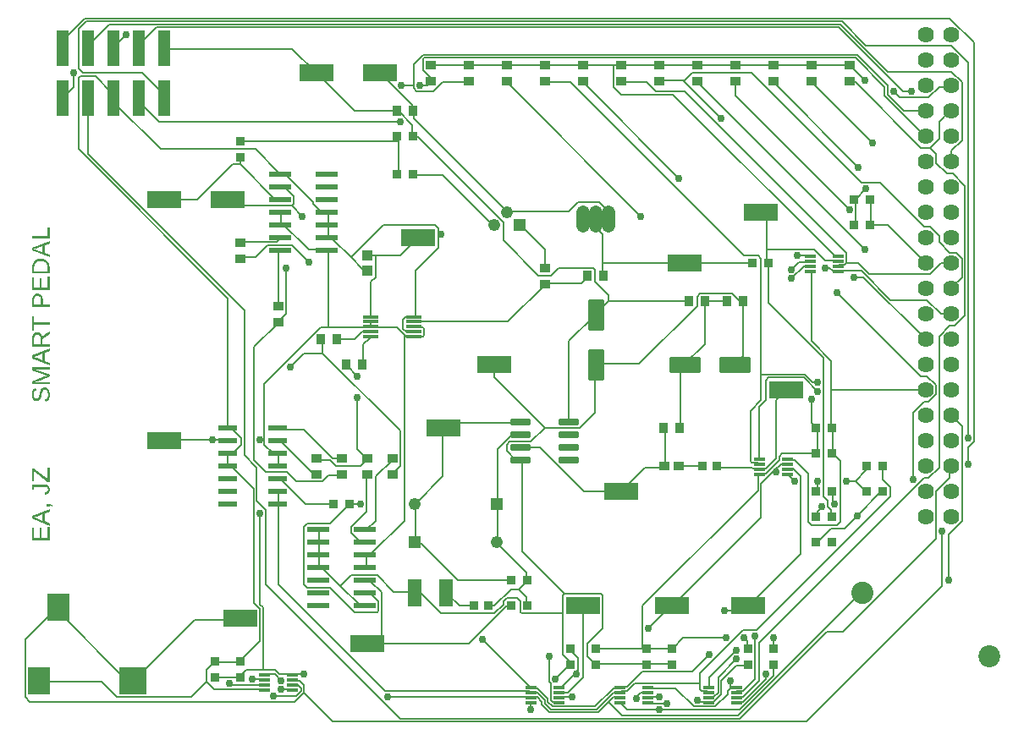
<source format=gbr>
G04 EAGLE Gerber RS-274X export*
G75*
%MOMM*%
%FSLAX34Y34*%
%LPD*%
%INTop Copper*%
%IPPOS*%
%AMOC8*
5,1,8,0,0,1.08239X$1,22.5*%
G01*
G04 Define Apertures*
%ADD10R,1.320000X2.810000*%
%ADD11R,0.920000X0.970000*%
%ADD12R,1.040000X0.970000*%
%ADD13C,0.395000*%
%ADD14R,0.890000X0.930000*%
%ADD15R,1.238000X1.238000*%
%ADD16C,1.238000*%
%ADD17R,0.870000X0.930000*%
%ADD18R,0.870000X0.980000*%
%ADD19R,0.810000X0.980000*%
%ADD20R,3.430000X1.780000*%
%ADD21C,0.330000*%
%ADD22R,2.184400X0.558800*%
%ADD23R,1.981200X0.558800*%
%ADD24R,0.860000X0.980000*%
%ADD25R,1.498600X0.330200*%
%ADD26R,1.020000X1.000000*%
%ADD27C,0.067500*%
%ADD28R,0.980000X0.810000*%
%ADD29R,0.930000X0.890000*%
%ADD30C,2.190000*%
%ADD31C,2.220000*%
%ADD32R,2.200000X2.800000*%
%ADD33R,2.800000X2.800000*%
%ADD34R,1.270000X3.680000*%
%ADD35C,1.388000*%
%ADD36R,0.980000X0.870000*%
%ADD37C,1.620009*%
%ADD38C,0.152400*%
%ADD39C,0.756400*%
G36*
X38100Y235128D02*
X33046Y237116D01*
X33046Y244992D01*
X38100Y246967D01*
X38100Y249359D01*
X20814Y242415D01*
X20814Y239753D01*
X38100Y232699D01*
X38100Y235128D01*
G37*
G36*
X38100Y231579D02*
X36186Y231579D01*
X36186Y220304D01*
X30163Y220304D01*
X30163Y230340D01*
X28273Y230340D01*
X28273Y220304D01*
X22728Y220304D01*
X22728Y231076D01*
X20814Y231076D01*
X20814Y217961D01*
X38100Y217961D01*
X38100Y231579D01*
G37*
G36*
X38100Y290493D02*
X36186Y290493D01*
X36186Y279391D01*
X22520Y289917D01*
X20814Y289917D01*
X20814Y277624D01*
X22728Y277624D01*
X22728Y287255D01*
X36346Y276729D01*
X38100Y276729D01*
X38100Y290493D01*
G37*
G36*
X34356Y263878D02*
X34870Y264023D01*
X35349Y264195D01*
X35792Y264395D01*
X36200Y264624D01*
X36572Y264880D01*
X36909Y265164D01*
X37211Y265476D01*
X37477Y265816D01*
X37707Y266183D01*
X37902Y266579D01*
X38062Y267002D01*
X38186Y267454D01*
X38274Y267933D01*
X38328Y268440D01*
X38345Y268975D01*
X38323Y269551D01*
X38255Y270096D01*
X38143Y270610D01*
X37985Y271091D01*
X37782Y271542D01*
X37535Y271961D01*
X37242Y272349D01*
X36904Y272705D01*
X36527Y273024D01*
X36116Y273301D01*
X35672Y273535D01*
X35194Y273726D01*
X34683Y273875D01*
X34138Y273981D01*
X33559Y274045D01*
X32947Y274067D01*
X20814Y274067D01*
X20814Y268411D01*
X22728Y268411D01*
X22728Y271736D01*
X32997Y271736D01*
X33407Y271724D01*
X33792Y271690D01*
X34152Y271632D01*
X34486Y271552D01*
X34794Y271448D01*
X35077Y271322D01*
X35335Y271172D01*
X35567Y270999D01*
X35772Y270807D01*
X35950Y270598D01*
X36101Y270372D01*
X36225Y270128D01*
X36320Y269869D01*
X36389Y269592D01*
X36430Y269298D01*
X36444Y268988D01*
X36431Y268702D01*
X36394Y268429D01*
X36332Y268169D01*
X36244Y267920D01*
X36132Y267684D01*
X35995Y267460D01*
X35833Y267249D01*
X35646Y267049D01*
X35437Y266865D01*
X35209Y266697D01*
X34960Y266547D01*
X34693Y266414D01*
X34405Y266299D01*
X34098Y266200D01*
X33772Y266119D01*
X33426Y266055D01*
X33806Y263761D01*
X34356Y263878D01*
G37*
%LPC*%
G36*
X25538Y240035D02*
X24087Y240563D01*
X22924Y240943D01*
X22581Y241054D01*
X23599Y241385D01*
X24611Y241728D01*
X25513Y242072D01*
X31218Y244292D01*
X31218Y237827D01*
X25538Y240035D01*
G37*
%LPD*%
G36*
X41314Y253166D02*
X40911Y253396D01*
X40498Y253593D01*
X40077Y253757D01*
X39646Y253890D01*
X39183Y253992D01*
X38667Y254065D01*
X38098Y254109D01*
X37474Y254123D01*
X35413Y254123D01*
X35413Y251731D01*
X38100Y251731D01*
X38100Y252811D01*
X38488Y252793D01*
X38881Y252738D01*
X39277Y252648D01*
X39676Y252522D01*
X40080Y252360D01*
X40488Y252162D01*
X40899Y251928D01*
X41314Y251657D01*
X41314Y253166D01*
G37*
G36*
X38100Y491626D02*
X38083Y492243D01*
X38033Y492841D01*
X37950Y493421D01*
X37833Y493982D01*
X37683Y494525D01*
X37500Y495049D01*
X37283Y495555D01*
X37033Y496043D01*
X36751Y496508D01*
X36440Y496945D01*
X36100Y497356D01*
X35731Y497739D01*
X35332Y498095D01*
X34904Y498424D01*
X34446Y498725D01*
X33960Y498999D01*
X33448Y499244D01*
X32915Y499456D01*
X32361Y499635D01*
X31787Y499782D01*
X31191Y499896D01*
X30575Y499977D01*
X29937Y500026D01*
X29279Y500042D01*
X28779Y500033D01*
X28293Y500005D01*
X27822Y499958D01*
X27365Y499893D01*
X26923Y499809D01*
X26495Y499707D01*
X26082Y499585D01*
X25683Y499446D01*
X25299Y499287D01*
X24929Y499110D01*
X24574Y498914D01*
X24234Y498700D01*
X23908Y498467D01*
X23596Y498215D01*
X23299Y497945D01*
X23016Y497656D01*
X22750Y497350D01*
X22500Y497028D01*
X22268Y496691D01*
X22053Y496338D01*
X21855Y495969D01*
X21675Y495584D01*
X21511Y495184D01*
X21365Y494768D01*
X21236Y494337D01*
X21124Y493890D01*
X21029Y493427D01*
X20952Y492949D01*
X20892Y492454D01*
X20849Y491945D01*
X20823Y491419D01*
X20814Y490878D01*
X20814Y485161D01*
X38100Y485161D01*
X38100Y491626D01*
G37*
G36*
X38100Y414442D02*
X30923Y414442D01*
X30923Y419827D01*
X38100Y424318D01*
X38100Y427017D01*
X33823Y424198D01*
X30653Y422109D01*
X30552Y422590D01*
X30421Y423044D01*
X30259Y423471D01*
X30068Y423871D01*
X29938Y424090D01*
X29845Y424245D01*
X29593Y424592D01*
X29310Y424913D01*
X28997Y425207D01*
X28659Y425470D01*
X28302Y425698D01*
X27926Y425891D01*
X27531Y426049D01*
X27117Y426172D01*
X26683Y426259D01*
X26230Y426312D01*
X25758Y426329D01*
X25471Y426323D01*
X25192Y426305D01*
X24920Y426274D01*
X24657Y426230D01*
X24154Y426106D01*
X23684Y425932D01*
X23245Y425709D01*
X22838Y425436D01*
X22464Y425113D01*
X22121Y424741D01*
X21815Y424323D01*
X21549Y423863D01*
X21325Y423362D01*
X21141Y422819D01*
X20998Y422235D01*
X20896Y421609D01*
X20835Y420941D01*
X20814Y420232D01*
X20814Y412099D01*
X38100Y412099D01*
X38100Y414442D01*
G37*
G36*
X38100Y454004D02*
X31365Y454004D01*
X31365Y459083D01*
X31342Y459752D01*
X31274Y460386D01*
X31161Y460983D01*
X31003Y461544D01*
X30799Y462070D01*
X30551Y462560D01*
X30257Y463014D01*
X29917Y463432D01*
X29540Y463807D01*
X29131Y464133D01*
X28690Y464408D01*
X28218Y464633D01*
X27715Y464808D01*
X27180Y464933D01*
X26901Y464977D01*
X26614Y465008D01*
X26319Y465027D01*
X26016Y465033D01*
X25711Y465027D01*
X25414Y465008D01*
X25126Y464977D01*
X24847Y464934D01*
X24576Y464877D01*
X24314Y464809D01*
X23817Y464635D01*
X23354Y464410D01*
X22927Y464136D01*
X22534Y463812D01*
X22176Y463438D01*
X21857Y463019D01*
X21580Y462559D01*
X21346Y462058D01*
X21155Y461515D01*
X21006Y460932D01*
X20899Y460308D01*
X20836Y459642D01*
X20814Y458936D01*
X20814Y451661D01*
X38100Y451661D01*
X38100Y454004D01*
G37*
G36*
X38100Y376497D02*
X26568Y376497D01*
X24249Y376448D01*
X22888Y376411D01*
X24237Y376816D01*
X26323Y377503D01*
X38100Y382030D01*
X38100Y383673D01*
X26323Y388139D01*
X25643Y388386D01*
X24844Y388648D01*
X23926Y388926D01*
X22888Y389219D01*
X23780Y389170D01*
X24691Y389136D01*
X25620Y389115D01*
X26568Y389108D01*
X38100Y389108D01*
X38100Y391218D01*
X20814Y391218D01*
X20814Y388213D01*
X32800Y383698D01*
X33243Y383537D01*
X34058Y383275D01*
X34930Y383016D01*
X35548Y382864D01*
X35065Y382752D01*
X34352Y382563D01*
X33550Y382332D01*
X32800Y382091D01*
X20814Y377490D01*
X20814Y374411D01*
X38100Y374411D01*
X38100Y376497D01*
G37*
%LPC*%
G36*
X22691Y487504D02*
X22691Y490829D01*
X22698Y491240D01*
X22718Y491638D01*
X22751Y492025D01*
X22797Y492399D01*
X22856Y492761D01*
X22929Y493110D01*
X23014Y493447D01*
X23113Y493772D01*
X23225Y494084D01*
X23350Y494384D01*
X23489Y494672D01*
X23640Y494948D01*
X23805Y495211D01*
X23983Y495462D01*
X24174Y495700D01*
X24378Y495926D01*
X24595Y496139D01*
X24824Y496339D01*
X25064Y496525D01*
X25317Y496696D01*
X25582Y496855D01*
X25858Y496999D01*
X26147Y497130D01*
X26447Y497247D01*
X26759Y497350D01*
X27083Y497439D01*
X27420Y497515D01*
X27768Y497577D01*
X28128Y497625D01*
X28500Y497659D01*
X28883Y497680D01*
X29279Y497687D01*
X29804Y497675D01*
X30311Y497638D01*
X30801Y497578D01*
X31273Y497494D01*
X31727Y497385D01*
X32164Y497252D01*
X32583Y497095D01*
X32984Y496914D01*
X33365Y496710D01*
X33723Y496486D01*
X34058Y496240D01*
X34371Y495974D01*
X34660Y495687D01*
X34926Y495378D01*
X35169Y495049D01*
X35389Y494699D01*
X35584Y494332D01*
X35754Y493950D01*
X35897Y493554D01*
X36014Y493143D01*
X36106Y492718D01*
X36171Y492278D01*
X36210Y491825D01*
X36223Y491356D01*
X36223Y487504D01*
X22691Y487504D01*
G37*
%LPD*%
G36*
X38100Y395734D02*
X33046Y397722D01*
X33046Y405598D01*
X38100Y407573D01*
X38100Y409965D01*
X20814Y403022D01*
X20814Y400359D01*
X38100Y393305D01*
X38100Y395734D01*
G37*
G36*
X38100Y503734D02*
X33046Y505722D01*
X33046Y513598D01*
X38100Y515573D01*
X38100Y517965D01*
X20814Y511022D01*
X20814Y508359D01*
X38100Y501305D01*
X38100Y503734D01*
G37*
G36*
X38100Y482029D02*
X36186Y482029D01*
X36186Y470754D01*
X30163Y470754D01*
X30163Y480790D01*
X28273Y480790D01*
X28273Y470754D01*
X22728Y470754D01*
X22728Y481526D01*
X20814Y481526D01*
X20814Y468411D01*
X38100Y468411D01*
X38100Y482029D01*
G37*
G36*
X34485Y356887D02*
X34983Y357075D01*
X35446Y357305D01*
X35875Y357576D01*
X36270Y357888D01*
X36630Y358242D01*
X36956Y358638D01*
X37247Y359075D01*
X37505Y359553D01*
X37728Y360073D01*
X37916Y360635D01*
X38071Y361238D01*
X38191Y361882D01*
X38277Y362568D01*
X38328Y363296D01*
X38345Y364065D01*
X38325Y364891D01*
X38263Y365669D01*
X38161Y366399D01*
X38017Y367081D01*
X37833Y367716D01*
X37607Y368303D01*
X37340Y368843D01*
X37033Y369334D01*
X36688Y369773D01*
X36309Y370153D01*
X36107Y370321D01*
X35896Y370474D01*
X35677Y370613D01*
X35450Y370737D01*
X35214Y370847D01*
X34970Y370942D01*
X34717Y371022D01*
X34456Y371088D01*
X34187Y371139D01*
X33909Y371176D01*
X33623Y371198D01*
X33328Y371205D01*
X32871Y371188D01*
X32444Y371139D01*
X32049Y371057D01*
X31684Y370941D01*
X31346Y370797D01*
X31031Y370627D01*
X30738Y370432D01*
X30469Y370211D01*
X30222Y369968D01*
X29994Y369704D01*
X29786Y369419D01*
X29598Y369113D01*
X29265Y368458D01*
X28979Y367758D01*
X28733Y367017D01*
X28525Y366243D01*
X28151Y364654D01*
X27897Y363563D01*
X27665Y362669D01*
X27452Y361974D01*
X27261Y361476D01*
X27070Y361101D01*
X26859Y360773D01*
X26629Y360491D01*
X26378Y360256D01*
X26100Y360071D01*
X25948Y359998D01*
X25787Y359938D01*
X25618Y359892D01*
X25441Y359859D01*
X25254Y359839D01*
X25059Y359832D01*
X24729Y359850D01*
X24420Y359901D01*
X24133Y359986D01*
X23866Y360105D01*
X23620Y360259D01*
X23396Y360447D01*
X23193Y360668D01*
X23010Y360924D01*
X22849Y361213D01*
X22710Y361532D01*
X22592Y361881D01*
X22495Y362262D01*
X22420Y362673D01*
X22366Y363114D01*
X22334Y363587D01*
X22323Y364090D01*
X22333Y364549D01*
X22362Y364983D01*
X22410Y365391D01*
X22478Y365773D01*
X22565Y366130D01*
X22672Y366461D01*
X22798Y366766D01*
X22943Y367046D01*
X23110Y367302D01*
X23300Y367537D01*
X23514Y367750D01*
X23751Y367942D01*
X24012Y368112D01*
X24297Y368261D01*
X24605Y368388D01*
X24936Y368494D01*
X24532Y370800D01*
X24009Y370629D01*
X23525Y370429D01*
X23082Y370200D01*
X22678Y369941D01*
X22313Y369654D01*
X21989Y369337D01*
X21704Y368991D01*
X21458Y368616D01*
X21247Y368205D01*
X21064Y367751D01*
X20909Y367253D01*
X20782Y366712D01*
X20683Y366127D01*
X20613Y365500D01*
X20571Y364828D01*
X20557Y364114D01*
X20575Y363346D01*
X20632Y362623D01*
X20726Y361946D01*
X20857Y361315D01*
X21026Y360730D01*
X21233Y360191D01*
X21477Y359697D01*
X21759Y359250D01*
X22075Y358852D01*
X22424Y358506D01*
X22804Y358214D01*
X23216Y357975D01*
X23660Y357790D01*
X23893Y357717D01*
X24135Y357657D01*
X24385Y357610D01*
X24643Y357577D01*
X24908Y357557D01*
X25182Y357551D01*
X25653Y357571D01*
X26096Y357632D01*
X26511Y357733D01*
X26899Y357876D01*
X27262Y358056D01*
X27600Y358273D01*
X27915Y358526D01*
X28206Y358814D01*
X28478Y359149D01*
X28738Y359540D01*
X28984Y359986D01*
X29218Y360489D01*
X29445Y361081D01*
X29672Y361797D01*
X29899Y362636D01*
X30126Y363599D01*
X30629Y365746D01*
X30752Y366213D01*
X30889Y366647D01*
X31041Y367048D01*
X31205Y367414D01*
X31389Y367744D01*
X31595Y368035D01*
X31824Y368287D01*
X32076Y368500D01*
X32360Y368669D01*
X32684Y368790D01*
X32860Y368832D01*
X33047Y368862D01*
X33244Y368880D01*
X33450Y368886D01*
X33816Y368867D01*
X34159Y368809D01*
X34480Y368713D01*
X34777Y368578D01*
X35052Y368405D01*
X35303Y368193D01*
X35532Y367942D01*
X35738Y367653D01*
X35921Y367329D01*
X36079Y366972D01*
X36213Y366583D01*
X36323Y366161D01*
X36408Y365707D01*
X36469Y365221D01*
X36505Y364702D01*
X36517Y364151D01*
X36506Y363616D01*
X36472Y363110D01*
X36415Y362633D01*
X36335Y362185D01*
X36232Y361765D01*
X36107Y361374D01*
X35959Y361012D01*
X35788Y360679D01*
X35592Y360374D01*
X35371Y360096D01*
X35124Y359846D01*
X34851Y359624D01*
X34552Y359429D01*
X34227Y359262D01*
X33876Y359122D01*
X33500Y359011D01*
X33953Y356741D01*
X34485Y356887D01*
G37*
G36*
X22728Y434227D02*
X38100Y434227D01*
X38100Y436558D01*
X22728Y436558D01*
X22728Y442496D01*
X20814Y442496D01*
X20814Y428289D01*
X22728Y428289D01*
X22728Y434227D01*
G37*
G36*
X38100Y531145D02*
X36186Y531145D01*
X36186Y522410D01*
X20814Y522410D01*
X20814Y520067D01*
X38100Y520067D01*
X38100Y531145D01*
G37*
%LPC*%
G36*
X22691Y414442D02*
X22691Y419999D01*
X22704Y420467D01*
X22741Y420906D01*
X22803Y421317D01*
X22889Y421700D01*
X23000Y422055D01*
X23136Y422381D01*
X23297Y422679D01*
X23483Y422950D01*
X23692Y423190D01*
X23923Y423398D01*
X24177Y423574D01*
X24453Y423718D01*
X24752Y423830D01*
X25073Y423910D01*
X25417Y423958D01*
X25783Y423974D01*
X26162Y423958D01*
X26519Y423911D01*
X26854Y423832D01*
X27168Y423721D01*
X27460Y423579D01*
X27730Y423405D01*
X27979Y423199D01*
X28206Y422962D01*
X28409Y422696D01*
X28584Y422403D01*
X28733Y422085D01*
X28855Y421740D01*
X28949Y421368D01*
X29017Y420971D01*
X29057Y420547D01*
X29071Y420097D01*
X29071Y414442D01*
X22691Y414442D01*
G37*
G36*
X22691Y454004D02*
X22691Y458654D01*
X22704Y459141D01*
X22744Y459597D01*
X22809Y460021D01*
X22901Y460414D01*
X23018Y460776D01*
X23162Y461106D01*
X23332Y461405D01*
X23529Y461672D01*
X23751Y461908D01*
X24000Y462112D01*
X24274Y462285D01*
X24575Y462426D01*
X24902Y462536D01*
X25256Y462615D01*
X25635Y462662D01*
X26041Y462678D01*
X26461Y462662D01*
X26854Y462616D01*
X27220Y462540D01*
X27559Y462432D01*
X27871Y462294D01*
X28156Y462126D01*
X28414Y461926D01*
X28644Y461696D01*
X28848Y461436D01*
X29024Y461144D01*
X29173Y460822D01*
X29295Y460470D01*
X29390Y460086D01*
X29458Y459672D01*
X29499Y459227D01*
X29512Y458752D01*
X29512Y454004D01*
X22691Y454004D01*
G37*
G36*
X25538Y400642D02*
X24087Y401169D01*
X22924Y401549D01*
X22581Y401660D01*
X23599Y401991D01*
X24611Y402335D01*
X25513Y402678D01*
X31218Y404899D01*
X31218Y398433D01*
X25538Y400642D01*
G37*
G36*
X25538Y508642D02*
X24087Y509169D01*
X22924Y509549D01*
X22581Y509660D01*
X23599Y509991D01*
X24611Y510335D01*
X25513Y510678D01*
X31218Y512899D01*
X31218Y506433D01*
X25538Y508642D01*
G37*
%LPD*%
D10*
X403680Y165100D03*
X434520Y165100D03*
D11*
X515750Y177800D03*
X500250Y177800D03*
D12*
X667800Y292100D03*
X653000Y292100D03*
D13*
X659925Y387775D02*
X687075Y387775D01*
X659925Y387775D02*
X659925Y399625D01*
X687075Y399625D01*
X687075Y387775D01*
X687075Y391527D02*
X659925Y391527D01*
X659925Y395279D02*
X687075Y395279D01*
X687075Y399031D02*
X659925Y399031D01*
X709925Y387775D02*
X737075Y387775D01*
X709925Y387775D02*
X709925Y399625D01*
X737075Y399625D01*
X737075Y387775D01*
X737075Y391527D02*
X709925Y391527D01*
X709925Y395279D02*
X737075Y395279D01*
X737075Y399031D02*
X709925Y399031D01*
D14*
X337900Y254000D03*
X322500Y254000D03*
D13*
X578275Y430525D02*
X578275Y457675D01*
X590125Y457675D01*
X590125Y430525D01*
X578275Y430525D01*
X578275Y434277D02*
X590125Y434277D01*
X590125Y438029D02*
X578275Y438029D01*
X578275Y441781D02*
X590125Y441781D01*
X590125Y445533D02*
X578275Y445533D01*
X578275Y449285D02*
X590125Y449285D01*
X590125Y453037D02*
X578275Y453037D01*
X578275Y456789D02*
X590125Y456789D01*
X578275Y407675D02*
X578275Y380525D01*
X578275Y407675D02*
X590125Y407675D01*
X590125Y380525D01*
X578275Y380525D01*
X578275Y384277D02*
X590125Y384277D01*
X590125Y388029D02*
X578275Y388029D01*
X578275Y391781D02*
X590125Y391781D01*
X590125Y395533D02*
X578275Y395533D01*
X578275Y399285D02*
X590125Y399285D01*
X590125Y403037D02*
X578275Y403037D01*
X578275Y406789D02*
X590125Y406789D01*
D15*
X403040Y215900D03*
D16*
X485960Y215900D03*
D15*
X485960Y254000D03*
D16*
X403040Y254000D03*
D17*
X706050Y292100D03*
X690950Y292100D03*
D18*
X668200Y330200D03*
X652600Y330200D03*
D17*
X515800Y152400D03*
X500200Y152400D03*
D19*
X693510Y457200D03*
X678090Y457200D03*
X731610Y457200D03*
X716190Y457200D03*
D17*
X462350Y152400D03*
X477450Y152400D03*
D20*
X431800Y330200D03*
X482600Y393700D03*
X609600Y266700D03*
X304800Y685800D03*
X355600Y114300D03*
D21*
X500450Y334900D02*
X517850Y334900D01*
X500450Y334900D02*
X500450Y338200D01*
X517850Y338200D01*
X517850Y334900D01*
X517850Y338035D02*
X500450Y338035D01*
X500450Y322200D02*
X517850Y322200D01*
X500450Y322200D02*
X500450Y325500D01*
X517850Y325500D01*
X517850Y322200D01*
X517850Y325335D02*
X500450Y325335D01*
X500450Y309500D02*
X517850Y309500D01*
X500450Y309500D02*
X500450Y312800D01*
X517850Y312800D01*
X517850Y309500D01*
X517850Y312635D02*
X500450Y312635D01*
X500450Y296800D02*
X517850Y296800D01*
X500450Y296800D02*
X500450Y300100D01*
X517850Y300100D01*
X517850Y296800D01*
X517850Y299935D02*
X500450Y299935D01*
X548950Y296800D02*
X566350Y296800D01*
X548950Y296800D02*
X548950Y300100D01*
X566350Y300100D01*
X566350Y296800D01*
X566350Y299935D02*
X548950Y299935D01*
X548950Y309500D02*
X566350Y309500D01*
X548950Y309500D02*
X548950Y312800D01*
X566350Y312800D01*
X566350Y309500D01*
X566350Y312635D02*
X548950Y312635D01*
X548950Y322200D02*
X566350Y322200D01*
X548950Y322200D02*
X548950Y325500D01*
X566350Y325500D01*
X566350Y322200D01*
X566350Y325335D02*
X548950Y325335D01*
X548950Y334900D02*
X566350Y334900D01*
X548950Y334900D02*
X548950Y338200D01*
X566350Y338200D01*
X566350Y334900D01*
X566350Y338035D02*
X548950Y338035D01*
D22*
X353822Y152400D03*
X353822Y165100D03*
X353822Y177800D03*
X353822Y190500D03*
X353822Y203200D03*
X353822Y215900D03*
X353822Y228600D03*
X306578Y228600D03*
X306578Y215900D03*
X306578Y203200D03*
X306578Y190500D03*
X306578Y177800D03*
X306578Y165100D03*
X306578Y152400D03*
D23*
X265938Y254000D03*
X265938Y266700D03*
X265938Y279400D03*
X265938Y292100D03*
X265938Y304800D03*
X265938Y317500D03*
X265938Y330200D03*
X216662Y330200D03*
X216662Y317500D03*
X216662Y304800D03*
X216662Y292100D03*
X216662Y279400D03*
X216662Y266700D03*
X216662Y254000D03*
D14*
X757000Y495300D03*
X741600Y495300D03*
D24*
X591850Y482600D03*
X576550Y482600D03*
D18*
X401500Y647700D03*
X385900Y647700D03*
D25*
X359156Y441706D03*
X359156Y436880D03*
X359156Y431800D03*
X359156Y426720D03*
X359156Y421894D03*
X402844Y421894D03*
X402844Y426720D03*
X402844Y431800D03*
X402844Y436880D03*
X402844Y441706D03*
D26*
X355600Y487710D03*
X355600Y502890D03*
D27*
X691887Y69987D02*
X702413Y69987D01*
X691887Y69987D02*
X691887Y72013D01*
X702413Y72013D01*
X702413Y69987D01*
X702413Y70628D02*
X691887Y70628D01*
X691887Y71269D02*
X702413Y71269D01*
X702413Y71910D02*
X691887Y71910D01*
X691887Y64987D02*
X702413Y64987D01*
X691887Y64987D02*
X691887Y67013D01*
X702413Y67013D01*
X702413Y64987D01*
X702413Y65628D02*
X691887Y65628D01*
X691887Y66269D02*
X702413Y66269D01*
X702413Y66910D02*
X691887Y66910D01*
X691887Y59987D02*
X702413Y59987D01*
X691887Y59987D02*
X691887Y62013D01*
X702413Y62013D01*
X702413Y59987D01*
X702413Y60628D02*
X691887Y60628D01*
X691887Y61269D02*
X702413Y61269D01*
X702413Y61910D02*
X691887Y61910D01*
X691887Y54987D02*
X702413Y54987D01*
X691887Y54987D02*
X691887Y57013D01*
X702413Y57013D01*
X702413Y54987D01*
X702413Y55628D02*
X691887Y55628D01*
X691887Y56269D02*
X702413Y56269D01*
X702413Y56910D02*
X691887Y56910D01*
X719987Y54987D02*
X730513Y54987D01*
X719987Y54987D02*
X719987Y57013D01*
X730513Y57013D01*
X730513Y54987D01*
X730513Y55628D02*
X719987Y55628D01*
X719987Y56269D02*
X730513Y56269D01*
X730513Y56910D02*
X719987Y56910D01*
X719987Y59987D02*
X730513Y59987D01*
X719987Y59987D02*
X719987Y62013D01*
X730513Y62013D01*
X730513Y59987D01*
X730513Y60628D02*
X719987Y60628D01*
X719987Y61269D02*
X730513Y61269D01*
X730513Y61910D02*
X719987Y61910D01*
X719987Y64987D02*
X730513Y64987D01*
X719987Y64987D02*
X719987Y67013D01*
X730513Y67013D01*
X730513Y64987D01*
X730513Y65628D02*
X719987Y65628D01*
X719987Y66269D02*
X730513Y66269D01*
X730513Y66910D02*
X719987Y66910D01*
X719987Y69987D02*
X730513Y69987D01*
X719987Y69987D02*
X719987Y72013D01*
X730513Y72013D01*
X730513Y69987D01*
X730513Y70628D02*
X719987Y70628D01*
X719987Y71269D02*
X730513Y71269D01*
X730513Y71910D02*
X719987Y71910D01*
X613513Y69987D02*
X602987Y69987D01*
X602987Y72013D01*
X613513Y72013D01*
X613513Y69987D01*
X613513Y70628D02*
X602987Y70628D01*
X602987Y71269D02*
X613513Y71269D01*
X613513Y71910D02*
X602987Y71910D01*
X602987Y64987D02*
X613513Y64987D01*
X602987Y64987D02*
X602987Y67013D01*
X613513Y67013D01*
X613513Y64987D01*
X613513Y65628D02*
X602987Y65628D01*
X602987Y66269D02*
X613513Y66269D01*
X613513Y66910D02*
X602987Y66910D01*
X602987Y59987D02*
X613513Y59987D01*
X602987Y59987D02*
X602987Y62013D01*
X613513Y62013D01*
X613513Y59987D01*
X613513Y60628D02*
X602987Y60628D01*
X602987Y61269D02*
X613513Y61269D01*
X613513Y61910D02*
X602987Y61910D01*
X602987Y54987D02*
X613513Y54987D01*
X602987Y54987D02*
X602987Y57013D01*
X613513Y57013D01*
X613513Y54987D01*
X613513Y55628D02*
X602987Y55628D01*
X602987Y56269D02*
X613513Y56269D01*
X613513Y56910D02*
X602987Y56910D01*
X631087Y54987D02*
X641613Y54987D01*
X631087Y54987D02*
X631087Y57013D01*
X641613Y57013D01*
X641613Y54987D01*
X641613Y55628D02*
X631087Y55628D01*
X631087Y56269D02*
X641613Y56269D01*
X641613Y56910D02*
X631087Y56910D01*
X631087Y59987D02*
X641613Y59987D01*
X631087Y59987D02*
X631087Y62013D01*
X641613Y62013D01*
X641613Y59987D01*
X641613Y60628D02*
X631087Y60628D01*
X631087Y61269D02*
X641613Y61269D01*
X641613Y61910D02*
X631087Y61910D01*
X631087Y64987D02*
X641613Y64987D01*
X631087Y64987D02*
X631087Y67013D01*
X641613Y67013D01*
X641613Y64987D01*
X641613Y65628D02*
X631087Y65628D01*
X631087Y66269D02*
X641613Y66269D01*
X641613Y66910D02*
X631087Y66910D01*
X631087Y69987D02*
X641613Y69987D01*
X631087Y69987D02*
X631087Y72013D01*
X641613Y72013D01*
X641613Y69987D01*
X641613Y70628D02*
X631087Y70628D01*
X631087Y71269D02*
X641613Y71269D01*
X641613Y71910D02*
X631087Y71910D01*
X524613Y69987D02*
X514087Y69987D01*
X514087Y72013D01*
X524613Y72013D01*
X524613Y69987D01*
X524613Y70628D02*
X514087Y70628D01*
X514087Y71269D02*
X524613Y71269D01*
X524613Y71910D02*
X514087Y71910D01*
X514087Y64987D02*
X524613Y64987D01*
X514087Y64987D02*
X514087Y67013D01*
X524613Y67013D01*
X524613Y64987D01*
X524613Y65628D02*
X514087Y65628D01*
X514087Y66269D02*
X524613Y66269D01*
X524613Y66910D02*
X514087Y66910D01*
X514087Y59987D02*
X524613Y59987D01*
X514087Y59987D02*
X514087Y62013D01*
X524613Y62013D01*
X524613Y59987D01*
X524613Y60628D02*
X514087Y60628D01*
X514087Y61269D02*
X524613Y61269D01*
X524613Y61910D02*
X514087Y61910D01*
X514087Y54987D02*
X524613Y54987D01*
X514087Y54987D02*
X514087Y57013D01*
X524613Y57013D01*
X524613Y54987D01*
X524613Y55628D02*
X514087Y55628D01*
X514087Y56269D02*
X524613Y56269D01*
X524613Y56910D02*
X514087Y56910D01*
X542187Y54987D02*
X552713Y54987D01*
X542187Y54987D02*
X542187Y57013D01*
X552713Y57013D01*
X552713Y54987D01*
X552713Y55628D02*
X542187Y55628D01*
X542187Y56269D02*
X552713Y56269D01*
X552713Y56910D02*
X542187Y56910D01*
X542187Y59987D02*
X552713Y59987D01*
X542187Y59987D02*
X542187Y62013D01*
X552713Y62013D01*
X552713Y59987D01*
X552713Y60628D02*
X542187Y60628D01*
X542187Y61269D02*
X552713Y61269D01*
X552713Y61910D02*
X542187Y61910D01*
X542187Y64987D02*
X552713Y64987D01*
X542187Y64987D02*
X542187Y67013D01*
X552713Y67013D01*
X552713Y64987D01*
X552713Y65628D02*
X542187Y65628D01*
X542187Y66269D02*
X552713Y66269D01*
X552713Y66910D02*
X542187Y66910D01*
X542187Y69987D02*
X552713Y69987D01*
X542187Y69987D02*
X542187Y72013D01*
X552713Y72013D01*
X552713Y69987D01*
X552713Y70628D02*
X542187Y70628D01*
X542187Y71269D02*
X552713Y71269D01*
X552713Y71910D02*
X542187Y71910D01*
X793487Y501787D02*
X804013Y501787D01*
X793487Y501787D02*
X793487Y503813D01*
X804013Y503813D01*
X804013Y501787D01*
X804013Y502428D02*
X793487Y502428D01*
X793487Y503069D02*
X804013Y503069D01*
X804013Y503710D02*
X793487Y503710D01*
X793487Y496787D02*
X804013Y496787D01*
X793487Y496787D02*
X793487Y498813D01*
X804013Y498813D01*
X804013Y496787D01*
X804013Y497428D02*
X793487Y497428D01*
X793487Y498069D02*
X804013Y498069D01*
X804013Y498710D02*
X793487Y498710D01*
X793487Y491787D02*
X804013Y491787D01*
X793487Y491787D02*
X793487Y493813D01*
X804013Y493813D01*
X804013Y491787D01*
X804013Y492428D02*
X793487Y492428D01*
X793487Y493069D02*
X804013Y493069D01*
X804013Y493710D02*
X793487Y493710D01*
X793487Y486787D02*
X804013Y486787D01*
X793487Y486787D02*
X793487Y488813D01*
X804013Y488813D01*
X804013Y486787D01*
X804013Y487428D02*
X793487Y487428D01*
X793487Y488069D02*
X804013Y488069D01*
X804013Y488710D02*
X793487Y488710D01*
X821587Y486787D02*
X832113Y486787D01*
X821587Y486787D02*
X821587Y488813D01*
X832113Y488813D01*
X832113Y486787D01*
X832113Y487428D02*
X821587Y487428D01*
X821587Y488069D02*
X832113Y488069D01*
X832113Y488710D02*
X821587Y488710D01*
X821587Y491787D02*
X832113Y491787D01*
X821587Y491787D02*
X821587Y493813D01*
X832113Y493813D01*
X832113Y491787D01*
X832113Y492428D02*
X821587Y492428D01*
X821587Y493069D02*
X832113Y493069D01*
X832113Y493710D02*
X821587Y493710D01*
X821587Y496787D02*
X832113Y496787D01*
X821587Y496787D02*
X821587Y498813D01*
X832113Y498813D01*
X832113Y496787D01*
X832113Y497428D02*
X821587Y497428D01*
X821587Y498069D02*
X832113Y498069D01*
X832113Y498710D02*
X821587Y498710D01*
X821587Y501787D02*
X832113Y501787D01*
X821587Y501787D02*
X821587Y503813D01*
X832113Y503813D01*
X832113Y501787D01*
X832113Y502428D02*
X821587Y502428D01*
X821587Y503069D02*
X832113Y503069D01*
X832113Y503710D02*
X821587Y503710D01*
X781313Y285613D02*
X770787Y285613D01*
X781313Y285613D02*
X781313Y283587D01*
X770787Y283587D01*
X770787Y285613D01*
X770787Y284228D02*
X781313Y284228D01*
X781313Y284869D02*
X770787Y284869D01*
X770787Y285510D02*
X781313Y285510D01*
X781313Y290613D02*
X770787Y290613D01*
X781313Y290613D02*
X781313Y288587D01*
X770787Y288587D01*
X770787Y290613D01*
X770787Y289228D02*
X781313Y289228D01*
X781313Y289869D02*
X770787Y289869D01*
X770787Y290510D02*
X781313Y290510D01*
X781313Y295613D02*
X770787Y295613D01*
X781313Y295613D02*
X781313Y293587D01*
X770787Y293587D01*
X770787Y295613D01*
X770787Y294228D02*
X781313Y294228D01*
X781313Y294869D02*
X770787Y294869D01*
X770787Y295510D02*
X781313Y295510D01*
X781313Y300613D02*
X770787Y300613D01*
X781313Y300613D02*
X781313Y298587D01*
X770787Y298587D01*
X770787Y300613D01*
X770787Y299228D02*
X781313Y299228D01*
X781313Y299869D02*
X770787Y299869D01*
X770787Y300510D02*
X781313Y300510D01*
X753213Y300613D02*
X742687Y300613D01*
X753213Y300613D02*
X753213Y298587D01*
X742687Y298587D01*
X742687Y300613D01*
X742687Y299228D02*
X753213Y299228D01*
X753213Y299869D02*
X742687Y299869D01*
X742687Y300510D02*
X753213Y300510D01*
X753213Y295613D02*
X742687Y295613D01*
X753213Y295613D02*
X753213Y293587D01*
X742687Y293587D01*
X742687Y295613D01*
X742687Y294228D02*
X753213Y294228D01*
X753213Y294869D02*
X742687Y294869D01*
X742687Y295510D02*
X753213Y295510D01*
X753213Y290613D02*
X742687Y290613D01*
X753213Y290613D02*
X753213Y288587D01*
X742687Y288587D01*
X742687Y290613D01*
X742687Y289228D02*
X753213Y289228D01*
X753213Y289869D02*
X742687Y289869D01*
X742687Y290510D02*
X753213Y290510D01*
X753213Y285613D02*
X742687Y285613D01*
X753213Y285613D02*
X753213Y283587D01*
X742687Y283587D01*
X742687Y285613D01*
X742687Y284228D02*
X753213Y284228D01*
X753213Y284869D02*
X742687Y284869D01*
X742687Y285510D02*
X753213Y285510D01*
X257913Y82687D02*
X247387Y82687D01*
X247387Y84713D01*
X257913Y84713D01*
X257913Y82687D01*
X257913Y83328D02*
X247387Y83328D01*
X247387Y83969D02*
X257913Y83969D01*
X257913Y84610D02*
X247387Y84610D01*
X247387Y77687D02*
X257913Y77687D01*
X247387Y77687D02*
X247387Y79713D01*
X257913Y79713D01*
X257913Y77687D01*
X257913Y78328D02*
X247387Y78328D01*
X247387Y78969D02*
X257913Y78969D01*
X257913Y79610D02*
X247387Y79610D01*
X247387Y72687D02*
X257913Y72687D01*
X247387Y72687D02*
X247387Y74713D01*
X257913Y74713D01*
X257913Y72687D01*
X257913Y73328D02*
X247387Y73328D01*
X247387Y73969D02*
X257913Y73969D01*
X257913Y74610D02*
X247387Y74610D01*
X247387Y67687D02*
X257913Y67687D01*
X247387Y67687D02*
X247387Y69713D01*
X257913Y69713D01*
X257913Y67687D01*
X257913Y68328D02*
X247387Y68328D01*
X247387Y68969D02*
X257913Y68969D01*
X257913Y69610D02*
X247387Y69610D01*
X275487Y67687D02*
X286013Y67687D01*
X275487Y67687D02*
X275487Y69713D01*
X286013Y69713D01*
X286013Y67687D01*
X286013Y68328D02*
X275487Y68328D01*
X275487Y68969D02*
X286013Y68969D01*
X286013Y69610D02*
X275487Y69610D01*
X275487Y72687D02*
X286013Y72687D01*
X275487Y72687D02*
X275487Y74713D01*
X286013Y74713D01*
X286013Y72687D01*
X286013Y73328D02*
X275487Y73328D01*
X275487Y73969D02*
X286013Y73969D01*
X286013Y74610D02*
X275487Y74610D01*
X275487Y77687D02*
X286013Y77687D01*
X275487Y77687D02*
X275487Y79713D01*
X286013Y79713D01*
X286013Y77687D01*
X286013Y78328D02*
X275487Y78328D01*
X275487Y78969D02*
X286013Y78969D01*
X286013Y79610D02*
X275487Y79610D01*
X275487Y82687D02*
X286013Y82687D01*
X275487Y82687D02*
X275487Y84713D01*
X286013Y84713D01*
X286013Y82687D01*
X286013Y83328D02*
X275487Y83328D01*
X275487Y83969D02*
X286013Y83969D01*
X286013Y84610D02*
X275487Y84610D01*
D22*
X268478Y584200D03*
X268478Y571500D03*
X268478Y558800D03*
X268478Y546100D03*
X268478Y533400D03*
X268478Y520700D03*
X268478Y508000D03*
X315722Y508000D03*
X315722Y520700D03*
X315722Y533400D03*
X315722Y546100D03*
X315722Y558800D03*
X315722Y571500D03*
X315722Y584200D03*
D28*
X355600Y284390D03*
X355600Y299810D03*
X381000Y284390D03*
X381000Y299810D03*
X330200Y284390D03*
X330200Y299810D03*
X304800Y284390D03*
X304800Y299810D03*
X228600Y515710D03*
X228600Y500290D03*
X266700Y436790D03*
X266700Y452210D03*
D19*
X350610Y393700D03*
X335190Y393700D03*
X309790Y419100D03*
X325210Y419100D03*
D29*
X584200Y93900D03*
X584200Y109300D03*
X558800Y93900D03*
X558800Y109300D03*
X228600Y96600D03*
X228600Y81200D03*
X203200Y96600D03*
X203200Y81200D03*
X660400Y93900D03*
X660400Y109300D03*
X635000Y93900D03*
X635000Y109300D03*
X736600Y93900D03*
X736600Y109300D03*
X762000Y93900D03*
X762000Y109300D03*
D14*
X820500Y304800D03*
X805100Y304800D03*
X820500Y330200D03*
X805100Y330200D03*
X858600Y533400D03*
X843200Y533400D03*
X858600Y558800D03*
X843200Y558800D03*
D20*
X673100Y495300D03*
X368300Y685800D03*
X152400Y558800D03*
X406400Y520700D03*
X215900Y558800D03*
X749300Y546100D03*
X774700Y368300D03*
X228600Y139700D03*
X736600Y152400D03*
X660400Y152400D03*
X571500Y152400D03*
X152400Y317500D03*
D30*
X977900Y101600D03*
D31*
X850900Y165100D03*
D28*
X838200Y678090D03*
X838200Y693510D03*
X800100Y678090D03*
X800100Y693510D03*
X762000Y678090D03*
X762000Y693510D03*
X723900Y678090D03*
X723900Y693510D03*
X685800Y678090D03*
X685800Y693510D03*
X647700Y678090D03*
X647700Y693510D03*
X609600Y678090D03*
X609600Y693510D03*
X571500Y678090D03*
X571500Y693510D03*
X533400Y678090D03*
X533400Y693510D03*
X495300Y678090D03*
X495300Y693510D03*
X457200Y678090D03*
X457200Y693510D03*
X419100Y678090D03*
X419100Y693510D03*
D32*
X47100Y151300D03*
X27100Y77300D03*
D33*
X121100Y77300D03*
D34*
X152400Y710550D03*
X152400Y661050D03*
X127000Y710550D03*
X127000Y661050D03*
X101600Y710550D03*
X101600Y661050D03*
X76200Y710550D03*
X76200Y661050D03*
X50800Y710550D03*
X50800Y661050D03*
D17*
X401500Y584200D03*
X385900Y584200D03*
X385900Y622300D03*
X401500Y622300D03*
D15*
X508000Y533400D03*
D16*
X495300Y546100D03*
X482600Y533400D03*
D29*
X228600Y617300D03*
X228600Y601900D03*
D35*
X571500Y546640D02*
X571500Y532760D01*
X584200Y532760D02*
X584200Y546640D01*
X596900Y546640D02*
X596900Y532760D01*
D17*
X805000Y241300D03*
X820600Y241300D03*
X805000Y215900D03*
X820600Y215900D03*
X805000Y266700D03*
X820600Y266700D03*
X855800Y292100D03*
X871400Y292100D03*
X855800Y266700D03*
X871400Y266700D03*
D36*
X533400Y474800D03*
X533400Y490400D03*
D37*
X939800Y723900D03*
X914400Y723900D03*
X939800Y698500D03*
X914400Y698500D03*
X939800Y673100D03*
X914400Y673100D03*
X939800Y647700D03*
X914400Y647700D03*
X939800Y622300D03*
X914400Y622300D03*
X939800Y596900D03*
X914400Y596900D03*
X939800Y571500D03*
X914400Y571500D03*
X939800Y546100D03*
X914400Y546100D03*
X939800Y520700D03*
X914400Y520700D03*
X939800Y495300D03*
X914400Y495300D03*
X939800Y469900D03*
X914400Y469900D03*
X939800Y444500D03*
X914400Y444500D03*
X939800Y419100D03*
X914400Y419100D03*
X939800Y393700D03*
X914400Y393700D03*
X939800Y368300D03*
X914400Y368300D03*
X939800Y342900D03*
X914400Y342900D03*
X939800Y317500D03*
X914400Y317500D03*
X939800Y292100D03*
X914400Y292100D03*
X939800Y266700D03*
X914400Y266700D03*
X939800Y241300D03*
X914400Y241300D03*
D38*
X716190Y457200D02*
X693510Y457200D01*
X669036Y390144D02*
X669036Y330708D01*
X669036Y390144D02*
X672084Y393192D01*
X669036Y330708D02*
X668200Y330200D01*
X672084Y393192D02*
X673500Y393700D01*
X693420Y414528D02*
X693420Y457200D01*
X693420Y414528D02*
X673608Y394716D01*
X693420Y457200D02*
X693510Y457200D01*
X673608Y394716D02*
X673500Y393700D01*
X336804Y252984D02*
X318516Y234696D01*
X295656Y234696D01*
X292608Y231648D01*
X292608Y173736D01*
X295656Y170688D01*
X318516Y170688D01*
X342900Y146304D01*
X365760Y146304D01*
X367284Y147828D01*
X367284Y156972D01*
X359664Y164592D01*
X355092Y164592D01*
X336804Y252984D02*
X337900Y254000D01*
X353822Y165100D02*
X355092Y164592D01*
X437388Y335280D02*
X509016Y335280D01*
X437388Y335280D02*
X432816Y330708D01*
X509016Y335280D02*
X509150Y336550D01*
X432816Y330708D02*
X431800Y330200D01*
X446532Y178308D02*
X499872Y178308D01*
X446532Y178308D02*
X409956Y214884D01*
X403860Y214884D01*
X499872Y178308D02*
X500250Y177800D01*
X403860Y214884D02*
X403040Y215900D01*
X403860Y216408D02*
X403860Y252984D01*
X403040Y254000D01*
X403860Y216408D02*
X403040Y215900D01*
X431292Y281940D02*
X431292Y329184D01*
X431292Y281940D02*
X403860Y254508D01*
X431292Y329184D02*
X431800Y330200D01*
X403860Y254508D02*
X403040Y254000D01*
X348996Y254508D02*
X338328Y254508D01*
X337900Y254000D01*
D39*
X348996Y254508D03*
D38*
X216408Y292608D02*
X216408Y304800D01*
X216408Y292608D02*
X216662Y292100D01*
X216662Y304800D02*
X216408Y304800D01*
X217932Y329184D02*
X220980Y329184D01*
X230124Y320040D01*
X230124Y313944D01*
X220980Y304800D01*
X216662Y304800D01*
X217932Y329184D02*
X216662Y330200D01*
X228600Y96012D02*
X204216Y96012D01*
X203200Y96600D01*
X228600Y96600D02*
X228600Y96012D01*
X251460Y68580D02*
X202692Y68580D01*
X195072Y76200D01*
X195072Y88392D01*
X202692Y96012D01*
X251460Y68580D02*
X252650Y68700D01*
X203200Y96600D02*
X202692Y96012D01*
X89916Y76200D02*
X27432Y76200D01*
X89916Y76200D02*
X105156Y60960D01*
X179832Y60960D01*
X195072Y76200D01*
X27432Y76200D02*
X27100Y77300D01*
X217932Y291084D02*
X220980Y291084D01*
X242316Y269748D01*
X242316Y155448D01*
X248412Y149352D01*
X248412Y117348D01*
X228600Y97536D01*
X217932Y291084D02*
X216662Y292100D01*
X228600Y97536D02*
X228600Y96600D01*
X394716Y426720D02*
X402844Y426720D01*
X394716Y426720D02*
X391668Y429768D01*
X391668Y438912D01*
X394716Y441960D01*
X402336Y441960D01*
X402844Y441706D01*
X355092Y489204D02*
X352044Y489204D01*
X339852Y501396D02*
X321564Y519684D01*
X339852Y501396D02*
X352044Y489204D01*
X321564Y519684D02*
X316992Y519684D01*
X355092Y489204D02*
X355600Y487710D01*
X316992Y519684D02*
X315722Y520700D01*
X403860Y487680D02*
X403860Y441960D01*
X403860Y487680D02*
X426720Y510540D01*
X426720Y524256D02*
X426720Y530352D01*
X426720Y524256D02*
X426720Y510540D01*
X426720Y530352D02*
X423672Y533400D01*
X371856Y533400D01*
X339852Y501396D01*
X402844Y441706D02*
X403860Y441960D01*
X316992Y533400D02*
X316992Y545592D01*
X315722Y546100D01*
X274320Y583692D02*
X269748Y583692D01*
X274320Y583692D02*
X301752Y556260D01*
X301752Y554736D01*
X309372Y547116D01*
X315468Y547116D01*
X269748Y583692D02*
X268478Y584200D01*
X315468Y547116D02*
X315722Y546100D01*
X102108Y656844D02*
X102108Y659892D01*
X102108Y656844D02*
X149352Y609600D01*
X243840Y609600D01*
X268224Y585216D01*
X102108Y659892D02*
X101600Y661050D01*
X268224Y585216D02*
X268478Y584200D01*
X316992Y533400D02*
X316992Y521208D01*
X315722Y520700D01*
X315722Y533400D02*
X316992Y533400D01*
X216408Y460248D02*
X216408Y330708D01*
X216408Y460248D02*
X67056Y609600D01*
X67056Y681228D01*
X68580Y682752D01*
X83820Y682752D01*
X100584Y665988D01*
X100584Y661416D01*
X216408Y330708D02*
X216662Y330200D01*
X101600Y661050D02*
X100584Y661416D01*
X859536Y557784D02*
X859536Y533400D01*
X859536Y557784D02*
X858600Y558800D01*
X859536Y533400D02*
X876300Y533400D01*
X914400Y495300D01*
X859536Y533400D02*
X858600Y533400D01*
X821436Y329184D02*
X821436Y304800D01*
X821436Y329184D02*
X820500Y330200D01*
X783336Y298704D02*
X777240Y298704D01*
X783336Y298704D02*
X797052Y284988D01*
X797052Y236220D01*
X800100Y233172D01*
X826008Y233172D01*
X829056Y236220D01*
X829056Y297180D01*
X821436Y304800D01*
X777240Y298704D02*
X776050Y299600D01*
X820500Y304800D02*
X821436Y304800D01*
X800100Y417576D02*
X800100Y487680D01*
X800100Y417576D02*
X819912Y397764D01*
X819912Y368808D02*
X819912Y330708D01*
X819912Y368808D02*
X819912Y397764D01*
X800100Y487680D02*
X798750Y487800D01*
X819912Y330708D02*
X820500Y330200D01*
X819912Y368808D02*
X914400Y368808D01*
X914400Y368300D01*
X307848Y202692D02*
X307848Y193548D01*
X307848Y190500D01*
X306578Y190500D01*
X307848Y202692D02*
X306578Y203200D01*
X348996Y152400D02*
X353822Y152400D01*
X329184Y172212D02*
X307848Y193548D01*
X329184Y172212D02*
X348996Y152400D01*
X307848Y204216D02*
X307848Y214884D01*
X306578Y215900D01*
X307848Y204216D02*
X306578Y203200D01*
X307848Y216408D02*
X307848Y228600D01*
X306578Y228600D01*
X307848Y216408D02*
X306578Y215900D01*
X382524Y166116D02*
X402336Y166116D01*
X382524Y166116D02*
X365760Y182880D01*
X339852Y182880D01*
X329184Y172212D01*
X402336Y166116D02*
X403680Y165100D01*
X762000Y93900D02*
X762000Y82296D01*
X728472Y48768D01*
X647700Y48768D02*
X615696Y48768D01*
X647700Y48768D02*
X728472Y48768D01*
X615696Y48768D02*
X609600Y54864D01*
X608250Y56000D01*
X731520Y402336D02*
X731520Y457200D01*
X731520Y402336D02*
X723900Y394716D01*
X723500Y393700D01*
X725424Y92964D02*
X736092Y92964D01*
X725424Y92964D02*
X710184Y77724D01*
X710184Y64008D01*
X702564Y56388D01*
X697992Y56388D01*
X736092Y92964D02*
X736600Y93900D01*
X697992Y56388D02*
X697150Y56000D01*
X659892Y94488D02*
X635508Y94488D01*
X635000Y93900D01*
X659892Y94488D02*
X660400Y93900D01*
X557784Y94488D02*
X557784Y97536D01*
X551688Y103632D01*
X551688Y144780D02*
X551688Y163068D01*
X551688Y144780D02*
X551688Y103632D01*
X551688Y163068D02*
X553212Y164592D01*
X589788Y164592D01*
X591312Y163068D01*
X591312Y129540D01*
X576072Y114300D01*
X576072Y102108D01*
X583692Y94488D01*
X558800Y93900D02*
X557784Y94488D01*
X583692Y94488D02*
X584200Y93900D01*
X519684Y54864D02*
X519684Y48768D01*
X544068Y79248D02*
X557784Y92964D01*
X519350Y56000D02*
X519684Y54864D01*
X557784Y92964D02*
X558800Y93900D01*
X585216Y94488D02*
X633984Y94488D01*
X635000Y93900D01*
X585216Y94488D02*
X584200Y93900D01*
X510540Y207264D02*
X510540Y297180D01*
X510540Y207264D02*
X553212Y164592D01*
X510540Y297180D02*
X509150Y298450D01*
X583692Y345948D02*
X583692Y393192D01*
X583692Y345948D02*
X568452Y330708D01*
X533400Y330708D01*
X519684Y316992D01*
X498348Y316992D01*
X495300Y313944D01*
X495300Y307848D01*
X504444Y298704D01*
X509016Y298704D01*
X583692Y393192D02*
X584200Y394100D01*
X509016Y298704D02*
X509150Y298450D01*
X483108Y381000D02*
X483108Y393192D01*
X483108Y381000D02*
X533400Y330708D01*
X483108Y393192D02*
X482600Y393700D01*
X687324Y56388D02*
X696468Y56388D01*
X687324Y56388D02*
X685800Y57912D01*
X696468Y56388D02*
X697150Y56000D01*
X728472Y457200D02*
X731520Y457200D01*
X728472Y457200D02*
X720852Y464820D01*
X688848Y464820D01*
X685800Y461772D01*
X685800Y452628D01*
X627888Y394716D01*
X585216Y394716D01*
X731520Y457200D02*
X731610Y457200D01*
X585216Y394716D02*
X584200Y394100D01*
X409956Y164592D02*
X403860Y164592D01*
X409956Y164592D02*
X429768Y144780D01*
X483108Y144780D01*
X492252Y153924D01*
X492252Y156972D01*
X495300Y160020D01*
X505968Y160020D01*
X509016Y156972D01*
X509016Y146304D01*
X510540Y144780D01*
X551688Y144780D01*
X403860Y164592D02*
X403680Y165100D01*
X426720Y524256D02*
X429768Y524256D01*
D39*
X519684Y48768D03*
X544068Y79248D03*
X685800Y57912D03*
X647700Y48768D03*
X429768Y524256D03*
D38*
X669036Y292608D02*
X690372Y292608D01*
X690950Y292100D01*
X669036Y292608D02*
X667800Y292100D01*
X483108Y152400D02*
X477450Y152400D01*
X483108Y152400D02*
X499872Y169164D01*
X507492Y169164D01*
X515112Y176784D01*
X515750Y177800D01*
X515112Y161544D02*
X515112Y152400D01*
X515112Y161544D02*
X507492Y169164D01*
X515112Y152400D02*
X515800Y152400D01*
X509016Y323088D02*
X499872Y323088D01*
X486156Y309372D01*
X486156Y254508D01*
X509016Y323088D02*
X509150Y323850D01*
X486156Y254508D02*
X485960Y254000D01*
X486156Y252984D02*
X486156Y216408D01*
X485960Y215900D01*
X486156Y252984D02*
X485960Y254000D01*
X515112Y185928D02*
X515112Y178308D01*
X515112Y185928D02*
X486156Y214884D01*
X515112Y178308D02*
X515750Y177800D01*
X486156Y214884D02*
X485960Y215900D01*
X653796Y292608D02*
X653796Y329184D01*
X652600Y330200D01*
X653796Y292608D02*
X653000Y292100D01*
X528828Y310896D02*
X510540Y310896D01*
X528828Y310896D02*
X573024Y266700D01*
X609600Y266700D01*
X510540Y310896D02*
X509150Y311150D01*
X633984Y291084D02*
X652272Y291084D01*
X633984Y291084D02*
X609600Y266700D01*
X652272Y291084D02*
X653000Y292100D01*
X462350Y152400D02*
X448056Y152400D01*
X435864Y164592D01*
X434520Y165100D01*
X495300Y152400D02*
X500200Y152400D01*
X495300Y152400D02*
X457200Y114300D01*
X370332Y114300D02*
X355600Y114300D01*
X370332Y114300D02*
X457200Y114300D01*
X359664Y176784D02*
X355092Y176784D01*
X359664Y176784D02*
X370332Y166116D01*
X370332Y114300D01*
X355092Y176784D02*
X353822Y177800D01*
X355600Y114300D02*
X356616Y114300D01*
X304800Y284988D02*
X301752Y284988D01*
X269748Y316992D01*
X266700Y316992D01*
X304800Y284988D02*
X304800Y284390D01*
X266700Y316992D02*
X265938Y317500D01*
X294132Y254508D02*
X321564Y254508D01*
X294132Y254508D02*
X269748Y278892D01*
X266700Y278892D01*
X321564Y254508D02*
X322500Y254000D01*
X266700Y278892D02*
X265938Y279400D01*
X591312Y495300D02*
X591312Y524256D01*
X591312Y495300D02*
X591312Y483108D01*
X591312Y524256D02*
X585216Y530352D01*
X585216Y539496D01*
X591312Y483108D02*
X591850Y482600D01*
X585216Y539496D02*
X584200Y539700D01*
X673100Y495300D02*
X741600Y495300D01*
X673100Y495300D02*
X591312Y495300D01*
X400812Y647700D02*
X400812Y653796D01*
X368808Y685800D01*
X400812Y647700D02*
X401500Y647700D01*
X368808Y685800D02*
X368300Y685800D01*
X495300Y547116D02*
X557784Y547116D01*
X566928Y556260D01*
X588264Y556260D01*
X595884Y548640D01*
X595884Y541020D01*
X596900Y539700D01*
X402336Y640080D02*
X402336Y647700D01*
X402336Y640080D02*
X495300Y547116D01*
X402336Y647700D02*
X401500Y647700D01*
X495300Y547116D02*
X495300Y546100D01*
X533400Y475488D02*
X569976Y475488D01*
X576072Y481584D01*
X533400Y475488D02*
X533400Y474800D01*
X576072Y481584D02*
X576550Y482600D01*
X496824Y437388D02*
X403860Y437388D01*
X496824Y437388D02*
X533400Y473964D01*
X403860Y437388D02*
X402844Y436880D01*
X533400Y473964D02*
X533400Y474800D01*
X388620Y502920D02*
X364236Y502920D01*
X356616Y502920D01*
X388620Y502920D02*
X406400Y520700D01*
X356616Y502920D02*
X355600Y502890D01*
X359664Y477012D02*
X359664Y441960D01*
X359664Y477012D02*
X364236Y481584D01*
X364236Y502920D01*
X359664Y441960D02*
X359156Y441706D01*
X228600Y594360D02*
X228600Y601900D01*
X228600Y594360D02*
X263652Y559308D01*
X268224Y559308D01*
X268478Y558800D01*
X185928Y559308D02*
X152400Y559308D01*
X185928Y559308D02*
X220980Y594360D01*
X228600Y594360D01*
X152400Y559308D02*
X152400Y558800D01*
X838200Y676656D02*
X844296Y676656D01*
X909828Y611124D01*
X918972Y611124D01*
X928116Y620268D01*
X928116Y637032D01*
X938784Y647700D01*
X838200Y676656D02*
X838200Y678090D01*
X938784Y647700D02*
X939800Y647700D01*
X731520Y60960D02*
X725424Y60960D01*
X731520Y60960D02*
X748284Y77724D01*
X748284Y115824D01*
X912876Y280416D01*
X917448Y280416D01*
X928116Y291084D01*
X928116Y422148D01*
X938784Y432816D01*
X943356Y432816D01*
X954024Y443484D01*
X954024Y573024D01*
X941832Y585216D01*
X935736Y585216D01*
X925068Y595884D01*
X925068Y605028D01*
X918972Y611124D01*
X725424Y60960D02*
X725250Y61000D01*
X861060Y615696D02*
X800100Y676656D01*
X800100Y678090D01*
X731520Y56388D02*
X725424Y56388D01*
X731520Y56388D02*
X754380Y79248D01*
X754380Y83820D01*
X725424Y56388D02*
X725250Y56000D01*
D39*
X861060Y615696D03*
X754380Y83820D03*
D38*
X251460Y79248D02*
X240792Y79248D01*
X713232Y147828D02*
X731520Y147828D01*
X736092Y152400D01*
X252650Y78700D02*
X251460Y79248D01*
X736092Y152400D02*
X736600Y152400D01*
X731520Y67056D02*
X725424Y67056D01*
X731520Y67056D02*
X743712Y79248D01*
X743712Y121920D01*
X725424Y67056D02*
X725250Y66000D01*
X777240Y289560D02*
X781812Y289560D01*
X789432Y281940D01*
X789432Y204216D01*
X737616Y152400D01*
X776050Y289600D02*
X777240Y289560D01*
X737616Y152400D02*
X736600Y152400D01*
X787908Y496824D02*
X798576Y496824D01*
X787908Y496824D02*
X780288Y489204D01*
X798576Y496824D02*
X798750Y497800D01*
D39*
X240792Y79248D03*
X713232Y147828D03*
X743712Y121920D03*
X780288Y489204D03*
D38*
X272796Y571500D02*
X268478Y571500D01*
X272796Y571500D02*
X281940Y562356D01*
X281940Y554736D01*
X280416Y553212D01*
X220980Y553212D01*
X216408Y557784D01*
X215900Y558800D01*
X519684Y70104D02*
X525780Y70104D01*
X536448Y59436D01*
X536448Y56388D01*
X541020Y51816D01*
X583692Y51816D01*
X601980Y70104D01*
X608076Y70104D01*
X519684Y70104D02*
X519350Y71000D01*
X608076Y70104D02*
X608250Y71000D01*
X821436Y256032D02*
X821436Y266700D01*
X821436Y256032D02*
X822960Y254508D01*
X725424Y108204D02*
X697992Y80772D01*
X697992Y71628D01*
X820600Y266700D02*
X821436Y266700D01*
X697992Y71628D02*
X697150Y71000D01*
X615696Y71628D02*
X609600Y71628D01*
X615696Y71628D02*
X630936Y86868D01*
X681228Y86868D01*
X697992Y103632D01*
X609600Y71628D02*
X608250Y71000D01*
X291084Y542544D02*
X280416Y553212D01*
X470916Y118872D02*
X518160Y71628D01*
X519350Y71000D01*
D39*
X822960Y254508D03*
X725424Y108204D03*
X697992Y103632D03*
X291084Y542544D03*
X470916Y118872D03*
D38*
X871728Y278892D02*
X871728Y291084D01*
X871728Y278892D02*
X879348Y271272D01*
X879348Y262128D01*
X745236Y128016D01*
X731520Y128016D01*
X688848Y85344D01*
X688848Y74676D02*
X688848Y68580D01*
X688848Y74676D02*
X688848Y85344D01*
X688848Y68580D02*
X690372Y67056D01*
X696468Y67056D01*
X871728Y291084D02*
X871400Y292100D01*
X696468Y67056D02*
X697150Y66000D01*
X266700Y254508D02*
X266700Y266700D01*
X266700Y254508D02*
X265938Y254000D01*
X265938Y266700D02*
X266700Y266700D01*
X519684Y65532D02*
X525780Y65532D01*
X533400Y57912D01*
X533400Y54864D01*
X539496Y48768D01*
X585216Y48768D01*
X601980Y65532D01*
X608076Y65532D01*
X519684Y65532D02*
X519350Y66000D01*
X608076Y65532D02*
X608250Y66000D01*
X266700Y173736D02*
X266700Y252984D01*
X266700Y173736D02*
X373380Y67056D01*
X518160Y67056D01*
X266700Y252984D02*
X265938Y254000D01*
X518160Y67056D02*
X519350Y66000D01*
X623316Y74676D02*
X688848Y74676D01*
X623316Y74676D02*
X615696Y67056D01*
X609600Y67056D01*
X608250Y66000D01*
X847344Y591312D02*
X762000Y676656D01*
X762000Y678090D01*
X647700Y60960D02*
X637032Y60960D01*
X937260Y178308D02*
X937260Y224028D01*
X950976Y237744D01*
X950976Y332232D01*
X940308Y342900D01*
X637032Y60960D02*
X636350Y61000D01*
X939800Y342900D02*
X940308Y342900D01*
D39*
X847344Y591312D03*
X647700Y60960D03*
X937260Y178308D03*
D38*
X723900Y662940D02*
X723900Y678090D01*
X723900Y662940D02*
X838200Y548640D01*
X842772Y481584D02*
X851916Y481584D01*
X914400Y419100D01*
X655320Y54864D02*
X637032Y54864D01*
X636350Y56000D01*
D39*
X838200Y548640D03*
X842772Y481584D03*
X655320Y54864D03*
D38*
X251460Y73152D02*
X219456Y73152D01*
X217932Y74676D01*
X637032Y129540D02*
X659892Y152400D01*
X252650Y73700D02*
X251460Y73152D01*
X659892Y152400D02*
X660400Y152400D01*
X635508Y65532D02*
X629412Y65532D01*
X624840Y60960D01*
X624840Y59436D01*
X635508Y65532D02*
X636350Y66000D01*
X769620Y294132D02*
X775716Y294132D01*
X763524Y288036D02*
X749808Y274320D01*
X763524Y288036D02*
X769620Y294132D01*
X749808Y274320D02*
X749808Y240792D01*
X661416Y152400D01*
X775716Y294132D02*
X776050Y294600D01*
X661416Y152400D02*
X660400Y152400D01*
X792480Y492252D02*
X798576Y492252D01*
X792480Y492252D02*
X780288Y480060D01*
X763524Y288036D02*
X765048Y286512D01*
X798576Y492252D02*
X798750Y492800D01*
D39*
X217932Y74676D03*
X637032Y129540D03*
X624840Y59436D03*
X780288Y480060D03*
X765048Y286512D03*
D38*
X853440Y509016D02*
X685800Y676656D01*
X685800Y678090D01*
X560832Y60960D02*
X548640Y60960D01*
X547450Y61000D01*
D39*
X853440Y509016D03*
X560832Y60960D03*
D38*
X672084Y678180D02*
X673608Y678180D01*
X672084Y678180D02*
X647700Y678180D01*
X673608Y678180D02*
X681228Y685800D01*
X740664Y685800D01*
X850392Y576072D01*
X868680Y576072D01*
X912876Y531876D01*
X918972Y531876D01*
X928116Y522732D01*
X928116Y516636D01*
X938784Y505968D01*
X944880Y505968D01*
X950976Y499872D01*
X950976Y481584D01*
X940308Y470916D01*
X647700Y678090D02*
X647700Y678180D01*
X940308Y470916D02*
X939800Y469900D01*
X547116Y56388D02*
X541020Y56388D01*
X539496Y57912D01*
X539496Y74676D01*
X537972Y76200D01*
X537972Y102108D01*
X710184Y640080D02*
X672084Y678180D01*
X547116Y56388D02*
X547450Y56000D01*
D39*
X537972Y102108D03*
X710184Y640080D03*
D38*
X556260Y65532D02*
X548640Y65532D01*
X556260Y65532D02*
X571500Y80772D01*
X571500Y152400D01*
X547450Y66000D02*
X548640Y65532D01*
X609600Y676656D02*
X635508Y676656D01*
X644652Y667512D01*
X673608Y667512D01*
X835152Y505968D01*
X835152Y495300D01*
X833628Y493776D01*
X827532Y493776D01*
X609600Y676656D02*
X609600Y678090D01*
X827532Y493776D02*
X826850Y492800D01*
X929640Y495300D02*
X939800Y495300D01*
X929640Y495300D02*
X918972Y484632D01*
X858012Y484632D01*
X847344Y495300D01*
X835152Y495300D01*
X667512Y580644D02*
X571500Y676656D01*
X813816Y490728D02*
X818388Y490728D01*
X821436Y487680D01*
X826008Y487680D01*
X571500Y676656D02*
X571500Y678090D01*
X826008Y487680D02*
X826850Y487800D01*
X929640Y445008D02*
X938784Y445008D01*
X929640Y445008D02*
X915924Y458724D01*
X879348Y458724D01*
X850392Y487680D01*
X827532Y487680D01*
X938784Y445008D02*
X939800Y444500D01*
X827532Y487680D02*
X826850Y487800D01*
D39*
X667512Y580644D03*
X813816Y490728D03*
D38*
X755904Y509016D02*
X755904Y539496D01*
X755904Y509016D02*
X755904Y495300D01*
X755904Y539496D02*
X749300Y546100D01*
X755904Y495300D02*
X757000Y495300D01*
X819912Y248412D02*
X819912Y242316D01*
X819912Y248412D02*
X816864Y251460D01*
X816864Y257556D01*
X812292Y262128D01*
X812292Y400812D01*
X757428Y455676D01*
X757428Y495300D01*
X819912Y242316D02*
X820600Y241300D01*
X757428Y495300D02*
X757000Y495300D01*
X813816Y498348D02*
X826008Y498348D01*
X813816Y498348D02*
X803148Y509016D01*
X755904Y509016D01*
X826008Y498348D02*
X826850Y497800D01*
X559308Y676656D02*
X533400Y676656D01*
X559308Y676656D02*
X733044Y502920D01*
X746760Y502920D01*
X749808Y499872D01*
X749808Y384048D02*
X749808Y358140D01*
X749808Y384048D02*
X749808Y499872D01*
X749808Y358140D02*
X739140Y347472D01*
X739140Y297180D01*
X740664Y295656D01*
X746760Y295656D01*
X533400Y676656D02*
X533400Y678090D01*
X746760Y295656D02*
X747950Y294600D01*
X801624Y376428D02*
X806196Y376428D01*
X801624Y376428D02*
X794004Y384048D01*
X749808Y384048D01*
D39*
X806196Y376428D03*
D38*
X629412Y542544D02*
X495300Y676656D01*
X495300Y678090D01*
X748284Y352044D02*
X748284Y300228D01*
X748284Y352044D02*
X754380Y358140D01*
X754380Y377952D01*
X757428Y381000D01*
X792480Y381000D01*
X806196Y367284D01*
X748284Y300228D02*
X747950Y299600D01*
D39*
X629412Y542544D03*
X806196Y367284D03*
D38*
X740664Y291084D02*
X707136Y291084D01*
X740664Y291084D02*
X742188Y289560D01*
X746760Y289560D01*
X707136Y291084D02*
X706050Y292100D01*
X746760Y289560D02*
X747950Y289600D01*
X748284Y289560D02*
X754380Y289560D01*
X765048Y300228D01*
X765048Y358140D01*
X774192Y367284D01*
X748284Y289560D02*
X747950Y289600D01*
X774192Y367284D02*
X774700Y368300D01*
X457200Y676656D02*
X431292Y676656D01*
X422148Y667512D01*
X405384Y667512D01*
X402336Y670560D01*
X402336Y673608D02*
X402336Y694944D01*
X402336Y673608D02*
X402336Y670560D01*
X402336Y694944D02*
X411480Y704088D01*
X845820Y704088D01*
X876300Y673608D01*
X876300Y664464D01*
X893064Y647700D01*
X914400Y647700D01*
X457200Y676656D02*
X457200Y678090D01*
X286512Y73152D02*
X281940Y73152D01*
X286512Y73152D02*
X289560Y70104D01*
X289560Y67056D01*
X284988Y62484D01*
X262128Y62484D01*
X390144Y673608D02*
X402336Y673608D01*
X280750Y73700D02*
X281940Y73152D01*
D39*
X262128Y62484D03*
X390144Y673608D03*
D38*
X419100Y678090D02*
X419100Y681228D01*
X411480Y688848D01*
X411480Y699516D01*
X413004Y701040D01*
X844296Y701040D01*
X873252Y672084D01*
X873252Y662940D01*
X914400Y621792D01*
X914400Y622300D01*
X280416Y68580D02*
X269748Y68580D01*
X408432Y673608D02*
X416052Y673608D01*
X419100Y676656D01*
X280750Y68700D02*
X280416Y68580D01*
X419100Y676656D02*
X419100Y678090D01*
D39*
X269748Y68580D03*
X408432Y673608D03*
D38*
X806196Y277368D02*
X806196Y266700D01*
X835152Y277368D02*
X844296Y277368D01*
X854964Y266700D01*
X806196Y266700D02*
X805000Y266700D01*
X854964Y266700D02*
X855800Y266700D01*
X854964Y288036D02*
X854964Y291084D01*
X854964Y288036D02*
X844296Y277368D01*
X854964Y291084D02*
X855800Y292100D01*
X288036Y77724D02*
X281940Y77724D01*
X288036Y77724D02*
X292608Y73152D01*
X292608Y65532D01*
X283464Y56388D01*
X18288Y56388D01*
X13716Y60960D01*
X13716Y118872D01*
X44196Y149352D02*
X45720Y150876D01*
X44196Y149352D02*
X13716Y118872D01*
X280750Y78700D02*
X281940Y77724D01*
X47100Y151300D02*
X45720Y150876D01*
X115824Y77724D02*
X120396Y77724D01*
X115824Y77724D02*
X44196Y149352D01*
X120396Y77724D02*
X121100Y77300D01*
X47100Y151300D02*
X44196Y149352D01*
X182880Y138684D02*
X228600Y138684D01*
X182880Y138684D02*
X121920Y77724D01*
X228600Y138684D02*
X228600Y139700D01*
X121920Y77724D02*
X121100Y77300D01*
X931164Y172212D02*
X931164Y227076D01*
X931164Y172212D02*
X795528Y36576D01*
X321564Y36576D01*
X292608Y65532D01*
D39*
X806196Y277368D03*
X835152Y277368D03*
X931164Y227076D03*
D38*
X525780Y60960D02*
X519684Y60960D01*
X525780Y60960D02*
X530352Y56388D01*
X530352Y53340D01*
X537972Y45720D01*
X586740Y45720D01*
X597408Y56388D02*
X601980Y60960D01*
X597408Y56388D02*
X586740Y45720D01*
X601980Y60960D02*
X608076Y60960D01*
X519684Y60960D02*
X519350Y61000D01*
X608076Y60960D02*
X608250Y61000D01*
X263652Y83820D02*
X252984Y83820D01*
X263652Y83820D02*
X269748Y77724D01*
X376428Y60960D02*
X518160Y60960D01*
X252984Y83820D02*
X252650Y83700D01*
X518160Y60960D02*
X519350Y61000D01*
X806196Y216408D02*
X819912Y230124D01*
X833628Y230124D01*
X845820Y242316D02*
X870204Y266700D01*
X845820Y242316D02*
X833628Y230124D01*
X806196Y216408D02*
X805000Y215900D01*
X870204Y266700D02*
X871400Y266700D01*
X806196Y246888D02*
X806196Y242316D01*
X806196Y246888D02*
X810768Y251460D01*
X806196Y242316D02*
X805000Y241300D01*
X702564Y60960D02*
X697992Y60960D01*
X702564Y60960D02*
X707136Y65532D01*
X707136Y80772D01*
X725424Y99060D01*
X697992Y60960D02*
X697150Y61000D01*
X783336Y277368D02*
X777240Y283464D01*
X776050Y284600D01*
X786384Y502920D02*
X798576Y502920D01*
X798750Y502800D01*
X597408Y56388D02*
X611124Y42672D01*
X726948Y42672D01*
X850392Y166116D01*
X850900Y165100D01*
D39*
X269748Y77724D03*
X376428Y60960D03*
X810768Y251460D03*
X725424Y99060D03*
X783336Y277368D03*
X786384Y502920D03*
X845820Y242316D03*
D38*
X844296Y533400D02*
X844296Y557784D01*
X844296Y533400D02*
X843200Y533400D01*
X844296Y557784D02*
X843200Y558800D01*
X844296Y559308D02*
X854964Y569976D01*
X844296Y559308D02*
X843200Y558800D01*
X457200Y693420D02*
X419100Y693420D01*
X419100Y693510D01*
X457200Y693420D02*
X495300Y693420D01*
X457200Y693420D02*
X457200Y693510D01*
X495300Y693420D02*
X533400Y693420D01*
X495300Y693420D02*
X495300Y693510D01*
X533400Y693420D02*
X571500Y693420D01*
X533400Y693420D02*
X533400Y693510D01*
X571500Y693420D02*
X601980Y693420D01*
X609600Y693420D01*
X571500Y693420D02*
X571500Y693510D01*
X609600Y693420D02*
X647700Y693420D01*
X609600Y693420D02*
X609600Y693510D01*
X647700Y693420D02*
X685800Y693420D01*
X647700Y693420D02*
X647700Y693510D01*
X685800Y693420D02*
X723900Y693420D01*
X685800Y693420D02*
X685800Y693510D01*
X723900Y693420D02*
X762000Y693420D01*
X723900Y693420D02*
X723900Y693510D01*
X762000Y693420D02*
X800100Y693420D01*
X762000Y693420D02*
X762000Y693510D01*
X800100Y693420D02*
X838200Y693420D01*
X800100Y693420D02*
X800100Y693510D01*
X822960Y502920D02*
X826008Y502920D01*
X822960Y502920D02*
X661416Y664464D01*
X609600Y664464D01*
X601980Y672084D01*
X601980Y693420D01*
X826008Y502920D02*
X826850Y502800D01*
X853440Y678180D02*
X838200Y693420D01*
X838200Y693510D01*
X201168Y318516D02*
X152400Y318516D01*
X201168Y318516D02*
X216408Y318516D01*
X216662Y317500D01*
X152400Y317500D02*
X152400Y318516D01*
X269748Y536448D02*
X269748Y545592D01*
X269748Y536448D02*
X269748Y533400D01*
X268478Y533400D01*
X269748Y545592D02*
X268478Y546100D01*
X297180Y509016D02*
X315468Y509016D01*
X297180Y509016D02*
X269748Y536448D01*
X315468Y509016D02*
X315722Y508000D01*
X355092Y202692D02*
X355092Y190500D01*
X353822Y190500D01*
X355092Y202692D02*
X353822Y203200D01*
X266700Y292608D02*
X266700Y304800D01*
X266700Y292608D02*
X265938Y292100D01*
X265938Y304800D02*
X266700Y304800D01*
X359664Y432816D02*
X359664Y435864D01*
X359664Y432816D02*
X359156Y431800D01*
X359664Y435864D02*
X359156Y436880D01*
X403860Y422148D02*
X411480Y422148D01*
X413004Y423672D01*
X413004Y429768D01*
X411480Y431292D01*
X403860Y431292D01*
X403860Y422148D02*
X402844Y421894D01*
X403860Y431292D02*
X402844Y431800D01*
X385572Y431292D02*
X359664Y431292D01*
X393192Y423672D02*
X394716Y422148D01*
X393192Y423672D02*
X385572Y431292D01*
X394716Y422148D02*
X402336Y422148D01*
X359664Y431292D02*
X359156Y431800D01*
X402336Y422148D02*
X402844Y421894D01*
X265938Y304800D02*
X262128Y304800D01*
X252984Y313944D01*
X252984Y318516D02*
X252984Y374904D01*
X252984Y318516D02*
X252984Y313944D01*
X252984Y374904D02*
X309372Y431292D01*
X316992Y431292D02*
X358140Y431292D01*
X316992Y431292D02*
X309372Y431292D01*
X358140Y431292D02*
X359156Y431800D01*
X359664Y204216D02*
X355092Y204216D01*
X359664Y204216D02*
X393192Y237744D01*
X393192Y423672D01*
X355092Y204216D02*
X353822Y203200D01*
X316992Y431292D02*
X316992Y507492D01*
X315722Y508000D01*
X252984Y318516D02*
X248412Y318516D01*
X637032Y70104D02*
X664464Y70104D01*
X682752Y51816D01*
X704088Y51816D01*
X716280Y64008D01*
X716280Y67056D01*
X719328Y70104D01*
X723900Y70104D01*
X637032Y70104D02*
X636350Y71000D01*
X723900Y70104D02*
X725250Y71000D01*
X806196Y304800D02*
X806196Y329184D01*
X806196Y304800D02*
X805100Y304800D01*
X806196Y329184D02*
X805100Y330200D01*
X754380Y284988D02*
X748284Y284988D01*
X754380Y284988D02*
X768096Y298704D01*
X768096Y301752D01*
X771144Y304800D01*
X805100Y304800D01*
X748284Y284988D02*
X747950Y284600D01*
X228600Y80772D02*
X204216Y80772D01*
X203200Y81200D01*
X228600Y81200D02*
X228600Y80772D01*
X268224Y83820D02*
X280416Y83820D01*
X268224Y83820D02*
X263652Y88392D01*
X251460Y88392D02*
X234696Y88392D01*
X251460Y88392D02*
X263652Y88392D01*
X234696Y88392D02*
X228600Y82296D01*
X280416Y83820D02*
X280750Y83700D01*
X228600Y82296D02*
X228600Y81200D01*
X559308Y108204D02*
X566928Y100584D01*
X566928Y88392D01*
X563880Y85344D02*
X548640Y70104D01*
X563880Y85344D02*
X566928Y88392D01*
X559308Y108204D02*
X558800Y109300D01*
X547450Y71000D02*
X548640Y70104D01*
X736092Y109728D02*
X736092Y117348D01*
X733044Y120396D01*
X762000Y120396D02*
X762000Y109300D01*
X736600Y109300D02*
X736092Y109728D01*
X633984Y109728D02*
X630936Y109728D01*
X585216Y109728D01*
X584200Y109300D01*
X633984Y109728D02*
X635000Y109300D01*
X635508Y109728D02*
X659892Y109728D01*
X660400Y109300D01*
X635508Y109728D02*
X635000Y109300D01*
X672084Y120396D02*
X714756Y120396D01*
X672084Y120396D02*
X661416Y109728D01*
X660400Y109300D01*
X565404Y83820D02*
X563880Y85344D01*
X292608Y83820D02*
X281940Y83820D01*
X280750Y83700D01*
X746760Y268224D02*
X746760Y283464D01*
X746760Y268224D02*
X630936Y152400D01*
X630936Y109728D01*
X746760Y283464D02*
X747950Y284600D01*
X635000Y109300D02*
X630936Y109728D01*
X719328Y77724D02*
X719328Y70104D01*
X248412Y153924D02*
X248412Y245364D01*
X248412Y153924D02*
X251460Y150876D01*
X251460Y88392D01*
X800100Y335280D02*
X800100Y359664D01*
X800100Y335280D02*
X804672Y330708D01*
X805100Y330200D01*
D39*
X854964Y569976D03*
X853440Y678180D03*
X201168Y318516D03*
X248412Y318516D03*
X733044Y120396D03*
X762000Y120396D03*
X714756Y120396D03*
X565404Y83820D03*
X292608Y83820D03*
X719328Y77724D03*
X248412Y245364D03*
X800100Y359664D03*
D38*
X355092Y283464D02*
X355092Y246888D01*
X339852Y231648D01*
X339852Y225552D01*
X348996Y216408D01*
X353568Y216408D01*
X355092Y283464D02*
X355600Y284390D01*
X353568Y216408D02*
X353822Y215900D01*
X329184Y300228D02*
X321564Y300228D01*
X292608Y329184D01*
X266700Y329184D01*
X329184Y300228D02*
X330200Y299810D01*
X266700Y329184D02*
X265938Y330200D01*
X304800Y298704D02*
X318516Y298704D01*
X324612Y292608D01*
X348996Y292608D01*
X355092Y298704D01*
X304800Y298704D02*
X304800Y299810D01*
X355092Y298704D02*
X355600Y299810D01*
X345948Y382524D02*
X335280Y393192D01*
X345948Y361188D02*
X345948Y309372D01*
X355092Y300228D01*
X335280Y393192D02*
X335190Y393700D01*
X355092Y300228D02*
X355600Y299810D01*
X243840Y501396D02*
X228600Y501396D01*
X243840Y501396D02*
X256032Y513588D01*
X280416Y513588D01*
X297180Y496824D01*
X228600Y500290D02*
X228600Y501396D01*
X928116Y672084D02*
X938784Y672084D01*
X928116Y672084D02*
X917448Y661416D01*
X888492Y661416D01*
X882396Y667512D01*
X938784Y672084D02*
X939800Y673100D01*
D39*
X345948Y382524D03*
X345948Y361188D03*
X297180Y496824D03*
X882396Y667512D03*
D38*
X388620Y292608D02*
X381000Y284988D01*
X388620Y292608D02*
X388620Y327660D01*
X310896Y405384D01*
X310896Y419100D01*
X381000Y284988D02*
X381000Y284390D01*
X310896Y419100D02*
X309790Y419100D01*
X316992Y283464D02*
X329184Y283464D01*
X316992Y283464D02*
X310896Y277368D01*
X284988Y277368D01*
X275844Y286512D01*
X254508Y286512D01*
X242316Y298704D01*
X242316Y411480D01*
X266700Y435864D01*
X330200Y284390D02*
X329184Y283464D01*
X266700Y435864D02*
X266700Y436790D01*
X274320Y445008D02*
X274320Y490728D01*
X274320Y445008D02*
X266700Y437388D01*
X266700Y436790D01*
X292608Y405384D02*
X310896Y405384D01*
X292608Y405384D02*
X278892Y391668D01*
D39*
X274320Y490728D03*
X278892Y391668D03*
D38*
X381000Y298704D02*
X364236Y281940D01*
X364236Y237744D01*
X355092Y228600D01*
X381000Y298704D02*
X381000Y299810D01*
X355092Y228600D02*
X353822Y228600D01*
X265176Y516636D02*
X228600Y516636D01*
X265176Y516636D02*
X268224Y519684D01*
X228600Y516636D02*
X228600Y515710D01*
X268224Y519684D02*
X268478Y520700D01*
X266700Y505968D02*
X266700Y452210D01*
X266700Y505968D02*
X268224Y507492D01*
X268478Y508000D01*
X352044Y414528D02*
X352044Y394716D01*
X352044Y414528D02*
X358140Y420624D01*
X352044Y394716D02*
X350610Y393700D01*
X358140Y420624D02*
X359156Y421894D01*
X342900Y419100D02*
X325210Y419100D01*
X342900Y419100D02*
X350520Y426720D01*
X359156Y426720D01*
X597408Y457200D02*
X678090Y457200D01*
X597408Y457200D02*
X585216Y445008D01*
X584200Y444100D01*
X557784Y417576D02*
X557784Y336804D01*
X557784Y417576D02*
X583692Y443484D01*
X557784Y336804D02*
X557650Y336550D01*
X583692Y443484D02*
X584200Y444100D01*
X400812Y623316D02*
X400812Y633984D01*
X387096Y647700D01*
X400812Y623316D02*
X401500Y622300D01*
X387096Y647700D02*
X385900Y647700D01*
X342900Y647700D01*
X304800Y685800D01*
X280416Y710184D02*
X152400Y710184D01*
X280416Y710184D02*
X304800Y685800D01*
X152400Y710184D02*
X152400Y710550D01*
X597408Y463296D02*
X597408Y457200D01*
X597408Y463296D02*
X583692Y477012D01*
X583692Y489204D01*
X582168Y490728D01*
X547116Y490728D01*
X539496Y483108D01*
X527304Y483108D01*
X492252Y518160D01*
X492252Y536448D01*
X406908Y621792D01*
X402336Y621792D01*
X401500Y622300D01*
X957072Y696468D02*
X957072Y320040D01*
X957072Y696468D02*
X940308Y713232D01*
X854964Y713232D01*
X830580Y737616D01*
X74676Y737616D01*
X67056Y729996D01*
X67056Y690372D01*
X71628Y685800D01*
X131064Y685800D01*
X152400Y664464D01*
X152400Y661050D01*
D39*
X957072Y320040D03*
D38*
X940308Y597408D02*
X940308Y608076D01*
X950976Y618744D01*
X950976Y676656D01*
X940308Y687324D01*
X876300Y687324D01*
X829056Y734568D01*
X97536Y734568D01*
X76200Y713232D01*
X76200Y710550D01*
X939800Y596900D02*
X940308Y597408D01*
X900684Y667512D02*
X891540Y667512D01*
X827532Y731520D01*
X144780Y731520D01*
X128016Y714756D01*
X128016Y711708D01*
X127000Y710550D01*
D39*
X900684Y667512D03*
D38*
X938784Y291084D02*
X938784Y280416D01*
X925068Y266700D01*
X925068Y219456D01*
X832104Y126492D01*
X815340Y126492D01*
X728472Y39624D01*
X388620Y39624D01*
X254508Y173736D01*
X254508Y248412D01*
X245364Y257556D01*
X245364Y291084D01*
X233172Y303276D01*
X233172Y448056D01*
X76200Y605028D01*
X76200Y661050D01*
X938784Y291084D02*
X939800Y292100D01*
X902208Y278892D02*
X902208Y345948D01*
X912876Y356616D01*
X917448Y356616D01*
X925068Y364236D01*
X925068Y373380D01*
X915924Y382524D01*
X909828Y382524D01*
X826008Y466344D01*
X388620Y637032D02*
X147828Y637032D01*
X128016Y656844D01*
X128016Y659892D01*
X127000Y661050D01*
D39*
X902208Y278892D03*
X826008Y466344D03*
X388620Y637032D03*
D38*
X957072Y310896D02*
X957072Y294132D01*
X957072Y310896D02*
X963168Y316992D01*
X963168Y716280D01*
X938784Y740664D01*
X73152Y740664D01*
X51816Y719328D01*
X51816Y711708D01*
X50800Y710550D01*
D39*
X957072Y294132D03*
D38*
X114300Y723900D02*
X102108Y711708D01*
X101600Y710550D01*
D39*
X114300Y723900D03*
D38*
X62484Y685800D02*
X62484Y672084D01*
X51816Y661416D01*
X50800Y661050D01*
D39*
X62484Y685800D03*
D38*
X387096Y621792D02*
X387096Y617220D01*
X387096Y585216D01*
X385900Y584200D01*
X387096Y621792D02*
X385900Y622300D01*
X387096Y617220D02*
X228600Y617220D01*
X228600Y617300D01*
X402336Y583692D02*
X431292Y583692D01*
X481584Y533400D01*
X402336Y583692D02*
X401500Y584200D01*
X481584Y533400D02*
X482600Y533400D01*
X533400Y509016D02*
X533400Y490400D01*
X533400Y509016D02*
X509016Y533400D01*
X508000Y533400D01*
M02*

</source>
